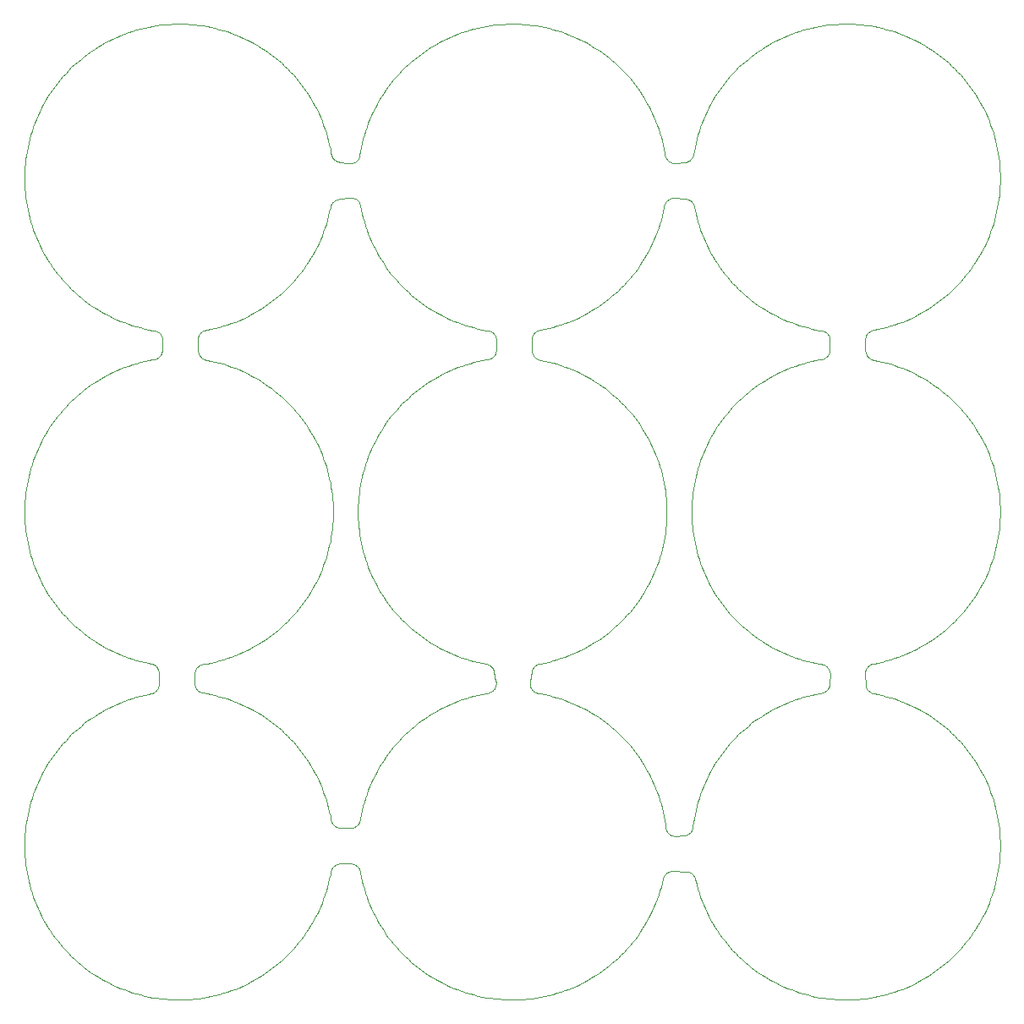
<source format=gko>
%MOIN*%
%OFA0B0*%
%FSLAX44Y44*%
%IPPOS*%
%LPD*%
%ADD10C,0*%
D10*
X00020333Y00025214D02*
X00020333Y00025214D01*
X00020307Y00025219D01*
X00020281Y00025226D01*
X00020256Y00025235D01*
X00020231Y00025246D01*
X00020207Y00025258D01*
X00020184Y00025272D01*
X00020162Y00025288D01*
X00020141Y00025305D01*
X00020121Y00025323D01*
X00020103Y00025343D01*
X00020086Y00025364D01*
X00020071Y00025386D01*
X00020057Y00025409D01*
X00020044Y00025433D01*
X00020033Y00025457D01*
X00020024Y00025483D01*
X00020017Y00025509D01*
X00020012Y00025535D01*
X00020008Y00025562D01*
X00020006Y00025589D01*
X00019993Y00025996D01*
X00019993Y00026024D01*
X00019995Y00026052D01*
X00019999Y00026080D01*
X00020005Y00026108D01*
X00020013Y00026135D01*
X00020023Y00026161D01*
X00020035Y00026187D01*
X00020049Y00026211D01*
X00020064Y00026235D01*
X00020081Y00026258D01*
X00020100Y00026279D01*
X00020120Y00026299D01*
X00020141Y00026317D01*
X00020164Y00026334D01*
X00020188Y00026349D01*
X00020213Y00026362D01*
X00020239Y00026374D01*
X00020265Y00026383D01*
X00020292Y00026391D01*
X00020320Y00026397D01*
X00020341Y00026401D01*
X00020504Y00026433D01*
X00020665Y00026470D01*
X00020825Y00026511D01*
X00020984Y00026557D01*
X00021142Y00026606D01*
X00021298Y00026660D01*
X00021453Y00026719D01*
X00021606Y00026781D01*
X00021758Y00026848D01*
X00021907Y00026919D01*
X00022055Y00026994D01*
X00022200Y00027072D01*
X00022344Y00027155D01*
X00022485Y00027242D01*
X00022623Y00027332D01*
X00022759Y00027426D01*
X00022893Y00027524D01*
X00023023Y00027625D01*
X00023151Y00027730D01*
X00023276Y00027839D01*
X00023398Y00027950D01*
X00023517Y00028065D01*
X00023633Y00028184D01*
X00023746Y00028305D01*
X00023855Y00028429D01*
X00023961Y00028556D01*
X00024063Y00028686D01*
X00024162Y00028819D01*
X00024257Y00028955D01*
X00024348Y00029093D01*
X00024436Y00029233D01*
X00024519Y00029376D01*
X00024599Y00029521D01*
X00024675Y00029668D01*
X00024747Y00029817D01*
X00024814Y00029968D01*
X00024878Y00030120D01*
X00024937Y00030275D01*
X00024993Y00030431D01*
X00025043Y00030588D01*
X00025090Y00030747D01*
X00025132Y00030907D01*
X00025170Y00031068D01*
X00025204Y00031230D01*
X00025212Y00031274D01*
X00025218Y00031302D01*
X00025226Y00031330D01*
X00025236Y00031357D01*
X00025248Y00031383D01*
X00025262Y00031408D01*
X00025278Y00031432D01*
X00025295Y00031455D01*
X00025314Y00031476D01*
X00025334Y00031496D01*
X00025356Y00031515D01*
X00025380Y00031532D01*
X00025404Y00031547D01*
X00025430Y00031560D01*
X00025456Y00031572D01*
X00025483Y00031581D01*
X00025511Y00031589D01*
X00025539Y00031594D01*
X00025567Y00031598D01*
X00025596Y00031599D01*
X00025625Y00031598D01*
X00026042Y00031571D01*
X00026068Y00031568D01*
X00026094Y00031564D01*
X00026119Y00031558D01*
X00026144Y00031551D01*
X00026168Y00031542D01*
X00026192Y00031531D01*
X00026214Y00031519D01*
X00026236Y00031505D01*
X00026257Y00031490D01*
X00026277Y00031473D01*
X00026296Y00031456D01*
X00026314Y00031437D01*
X00026330Y00031417D01*
X00026345Y00031395D01*
X00026359Y00031373D01*
X00026371Y00031351D01*
X00026381Y00031327D01*
X00026390Y00031303D01*
X00026398Y00031278D01*
X00026404Y00031253D01*
X00026423Y00031149D01*
X00026459Y00030987D01*
X00026499Y00030827D01*
X00026544Y00030667D01*
X00026593Y00030509D01*
X00026646Y00030353D01*
X00026703Y00030197D01*
X00026764Y00030044D01*
X00026830Y00029892D01*
X00026900Y00029742D01*
X00026974Y00029594D01*
X00027051Y00029448D01*
X00027133Y00029304D01*
X00027219Y00029162D01*
X00027308Y00029023D01*
X00027401Y00028887D01*
X00027498Y00028752D01*
X00027599Y00028621D01*
X00027703Y00028492D01*
X00027810Y00028367D01*
X00027921Y00028244D01*
X00028035Y00028124D01*
X00028153Y00028007D01*
X00028273Y00027894D01*
X00028397Y00027784D01*
X00028523Y00027677D01*
X00028653Y00027574D01*
X00028785Y00027475D01*
X00028919Y00027379D01*
X00029057Y00027286D01*
X00029197Y00027198D01*
X00029339Y00027113D01*
X00029483Y00027033D01*
X00029630Y00026956D01*
X00029778Y00026883D01*
X00029929Y00026814D01*
X00030081Y00026750D01*
X00030235Y00026689D01*
X00030391Y00026633D01*
X00030548Y00026581D01*
X00030706Y00026533D01*
X00030866Y00026490D01*
X00031027Y00026451D01*
X00031188Y00026416D01*
X00031351Y00026386D01*
X00031422Y00026375D01*
X00031450Y00026369D01*
X00031477Y00026362D01*
X00031504Y00026353D01*
X00031530Y00026341D01*
X00031555Y00026328D01*
X00031579Y00026314D01*
X00031602Y00026297D01*
X00031624Y00026279D01*
X00031644Y00026259D01*
X00031663Y00026238D01*
X00031680Y00026216D01*
X00031696Y00026192D01*
X00031710Y00026168D01*
X00031722Y00026142D01*
X00031733Y00026116D01*
X00031741Y00026088D01*
X00031747Y00026061D01*
X00031752Y00026033D01*
X00031754Y00026005D01*
X00031754Y00025976D01*
X00031746Y00025616D01*
X00031744Y00025589D01*
X00031741Y00025561D01*
X00031735Y00025535D01*
X00031728Y00025508D01*
X00031719Y00025482D01*
X00031708Y00025457D01*
X00031696Y00025433D01*
X00031681Y00025410D01*
X00031666Y00025387D01*
X00031648Y00025366D01*
X00031630Y00025346D01*
X00031609Y00025328D01*
X00031588Y00025310D01*
X00031566Y00025295D01*
X00031542Y00025281D01*
X00031518Y00025268D01*
X00031493Y00025258D01*
X00031467Y00025249D01*
X00031440Y00025242D01*
X00031413Y00025237D01*
X00031351Y00025227D01*
X00031188Y00025196D01*
X00031027Y00025162D01*
X00030866Y00025123D01*
X00030706Y00025080D01*
X00030548Y00025032D01*
X00030391Y00024980D01*
X00030235Y00024924D01*
X00030081Y00024863D01*
X00029929Y00024799D01*
X00029778Y00024730D01*
X00029630Y00024657D01*
X00029483Y00024580D01*
X00029339Y00024499D01*
X00029197Y00024415D01*
X00029057Y00024326D01*
X00028919Y00024234D01*
X00028785Y00024138D01*
X00028653Y00024038D01*
X00028523Y00023935D01*
X00028397Y00023829D01*
X00028273Y00023719D01*
X00028153Y00023605D01*
X00028035Y00023489D01*
X00027921Y00023369D01*
X00027810Y00023246D01*
X00027703Y00023120D01*
X00027599Y00022992D01*
X00027498Y00022860D01*
X00027401Y00022726D01*
X00027308Y00022589D01*
X00027219Y00022450D01*
X00027133Y00022309D01*
X00027051Y00022165D01*
X00026974Y00022019D01*
X00026900Y00021871D01*
X00026830Y00021721D01*
X00026764Y00021569D01*
X00026703Y00021415D01*
X00026646Y00021260D01*
X00026593Y00021103D01*
X00026544Y00020945D01*
X00026499Y00020786D01*
X00026459Y00020625D01*
X00026423Y00020464D01*
X00026392Y00020301D01*
X00026365Y00020138D01*
X00026343Y00019974D01*
X00026325Y00019810D01*
X00026311Y00019645D01*
X00026302Y00019480D01*
X00026298Y00019314D01*
X00026298Y00019149D01*
X00026302Y00018984D01*
X00026311Y00018818D01*
X00026325Y00018653D01*
X00026343Y00018489D01*
X00026365Y00018325D01*
X00026392Y00018162D01*
X00026423Y00017999D01*
X00026459Y00017838D01*
X00026499Y00017677D01*
X00026544Y00017518D01*
X00026593Y00017360D01*
X00026646Y00017203D01*
X00026703Y00017048D01*
X00026764Y00016894D01*
X00026830Y00016742D01*
X00026900Y00016592D01*
X00026974Y00016444D01*
X00027051Y00016298D01*
X00027133Y00016154D01*
X00027219Y00016013D01*
X00027308Y00015874D01*
X00027401Y00015737D01*
X00027498Y00015603D01*
X00027599Y00015472D01*
X00027703Y00015343D01*
X00027810Y00015217D01*
X00027921Y00015094D01*
X00028035Y00014975D01*
X00028153Y00014858D01*
X00028273Y00014745D01*
X00028397Y00014635D01*
X00028523Y00014528D01*
X00028653Y00014425D01*
X00028785Y00014325D01*
X00028919Y00014229D01*
X00029057Y00014137D01*
X00029197Y00014048D01*
X00029339Y00013964D01*
X00029483Y00013883D01*
X00029630Y00013806D01*
X00029778Y00013733D01*
X00029929Y00013665D01*
X00030081Y00013600D01*
X00030235Y00013540D01*
X00030391Y00013483D01*
X00030548Y00013431D01*
X00030706Y00013384D01*
X00030866Y00013340D01*
X00031027Y00013301D01*
X00031188Y00013267D01*
X00031351Y00013237D01*
X00031426Y00013225D01*
X00031426Y00013225D01*
X00031454Y00013219D01*
X00031482Y00013212D01*
X00031509Y00013202D01*
X00031535Y00013191D01*
X00031560Y00013177D01*
X00031585Y00013162D01*
X00031608Y00013145D01*
X00031630Y00013127D01*
X00031650Y00013107D01*
X00031669Y00013085D01*
X00031686Y00013062D01*
X00031702Y00013038D01*
X00031716Y00013013D01*
X00031728Y00012987D01*
X00031738Y00012960D01*
X00031746Y00012933D01*
X00031752Y00012904D01*
X00031756Y00012876D01*
X00031758Y00012847D01*
X00031758Y00012819D01*
X00031742Y00012458D01*
X00031740Y00012431D01*
X00031736Y00012405D01*
X00031730Y00012378D01*
X00031723Y00012352D01*
X00031713Y00012327D01*
X00031702Y00012302D01*
X00031690Y00012279D01*
X00031675Y00012256D01*
X00031660Y00012234D01*
X00031642Y00012213D01*
X00031624Y00012194D01*
X00031604Y00012175D01*
X00031583Y00012159D01*
X00031560Y00012143D01*
X00031537Y00012130D01*
X00031513Y00012118D01*
X00031488Y00012107D01*
X00031463Y00012099D01*
X00031436Y00012092D01*
X00031410Y00012087D01*
X00031351Y00012077D01*
X00031188Y00012047D01*
X00031027Y00012012D01*
X00030866Y00011973D01*
X00030706Y00011930D01*
X00030548Y00011882D01*
X00030391Y00011830D01*
X00030235Y00011774D01*
X00030081Y00011714D01*
X00029929Y00011649D01*
X00029778Y00011580D01*
X00029630Y00011508D01*
X00029483Y00011431D01*
X00029339Y00011350D01*
X00029197Y00011265D01*
X00029057Y00011177D01*
X00028919Y00011085D01*
X00028785Y00010989D01*
X00028653Y00010889D01*
X00028523Y00010786D01*
X00028397Y00010679D01*
X00028273Y00010569D01*
X00028153Y00010456D01*
X00028035Y00010339D01*
X00027921Y00010219D01*
X00027810Y00010097D01*
X00027703Y00009971D01*
X00027599Y00009842D01*
X00027498Y00009711D01*
X00027401Y00009577D01*
X00027308Y00009440D01*
X00027219Y00009301D01*
X00027133Y00009159D01*
X00027051Y00009015D01*
X00026974Y00008869D01*
X00026900Y00008721D01*
X00026830Y00008571D01*
X00026764Y00008419D01*
X00026703Y00008266D01*
X00026646Y00008111D01*
X00026593Y00007954D01*
X00026544Y00007796D01*
X00026499Y00007636D01*
X00026459Y00007476D01*
X00026423Y00007314D01*
X00026392Y00007152D01*
X00026365Y00006989D01*
X00026343Y00006825D01*
X00026341Y00006810D01*
X00026337Y00006783D01*
X00026331Y00006756D01*
X00026324Y00006729D01*
X00026314Y00006703D01*
X00026302Y00006678D01*
X00026289Y00006653D01*
X00026274Y00006630D01*
X00026258Y00006608D01*
X00026240Y00006587D01*
X00026220Y00006567D01*
X00026199Y00006549D01*
X00026177Y00006532D01*
X00026154Y00006516D01*
X00026130Y00006503D01*
X00026105Y00006491D01*
X00026079Y00006481D01*
X00026052Y00006473D01*
X00026025Y00006467D01*
X00025998Y00006462D01*
X00025970Y00006460D01*
X00025683Y00006445D01*
X00025653Y00006445D01*
X00025624Y00006447D01*
X00025594Y00006451D01*
X00025566Y00006457D01*
X00025537Y00006465D01*
X00025510Y00006476D01*
X00025483Y00006488D01*
X00025457Y00006503D01*
X00025433Y00006519D01*
X00025409Y00006537D01*
X00025387Y00006557D01*
X00025367Y00006578D01*
X00025349Y00006601D01*
X00025332Y00006625D01*
X00025317Y00006651D01*
X00025303Y00006677D01*
X00025292Y00006704D01*
X00025283Y00006733D01*
X00025277Y00006761D01*
X00025272Y00006790D01*
X00025258Y00006907D01*
X00025233Y00007070D01*
X00025204Y00007233D01*
X00025170Y00007395D01*
X00025132Y00007556D01*
X00025090Y00007716D01*
X00025043Y00007875D01*
X00024993Y00008032D01*
X00024937Y00008188D01*
X00024878Y00008343D01*
X00024814Y00008496D01*
X00024747Y00008647D01*
X00024675Y00008796D01*
X00024599Y00008943D01*
X00024519Y00009088D01*
X00024436Y00009230D01*
X00024348Y00009371D01*
X00024257Y00009509D01*
X00024162Y00009644D01*
X00024063Y00009777D01*
X00023961Y00009907D01*
X00023855Y00010034D01*
X00023746Y00010158D01*
X00023633Y00010280D01*
X00023517Y00010398D01*
X00023398Y00010513D01*
X00023276Y00010625D01*
X00023151Y00010733D01*
X00023023Y00010838D01*
X00022893Y00010939D01*
X00022759Y00011037D01*
X00022623Y00011131D01*
X00022485Y00011222D01*
X00022344Y00011308D01*
X00022200Y00011391D01*
X00022055Y00011470D01*
X00021907Y00011544D01*
X00021758Y00011615D01*
X00021606Y00011682D01*
X00021453Y00011744D01*
X00021298Y00011803D01*
X00021142Y00011857D01*
X00020984Y00011907D01*
X00020825Y00011952D01*
X00020665Y00011993D01*
X00020504Y00012030D01*
X00020341Y00012063D01*
X00020249Y00012079D01*
X00020218Y00012085D01*
X00020189Y00012094D01*
X00020160Y00012105D01*
X00020132Y00012118D01*
X00020105Y00012133D01*
X00020080Y00012151D01*
X00020056Y00012170D01*
X00020034Y00012191D01*
X00020013Y00012214D01*
X00019994Y00012239D01*
X00019977Y00012265D01*
X00019963Y00012292D01*
X00019950Y00012320D01*
X00019940Y00012349D01*
X00019931Y00012379D01*
X00019926Y00012409D01*
X00019922Y00012439D01*
X00019922Y00012470D01*
X00019923Y00012501D01*
X00019927Y00012532D01*
X00019993Y00012923D01*
X00019997Y00012947D01*
X00020004Y00012971D01*
X00020011Y00012994D01*
X00020020Y00013016D01*
X00020031Y00013038D01*
X00020042Y00013060D01*
X00020056Y00013080D01*
X00020070Y00013100D01*
X00020085Y00013118D01*
X00020102Y00013136D01*
X00020120Y00013153D01*
X00020138Y00013168D01*
X00020158Y00013183D01*
X00020178Y00013196D01*
X00020200Y00013208D01*
X00020221Y00013218D01*
X00020244Y00013228D01*
X00020267Y00013235D01*
X00020290Y00013242D01*
X00020314Y00013246D01*
X00020341Y00013251D01*
X00020504Y00013284D01*
X00020665Y00013320D01*
X00020825Y00013362D01*
X00020984Y00013407D01*
X00021142Y00013457D01*
X00021298Y00013511D01*
X00021453Y00013569D01*
X00021606Y00013632D01*
X00021758Y00013699D01*
X00021907Y00013769D01*
X00022055Y00013844D01*
X00022200Y00013923D01*
X00022344Y00014006D01*
X00022485Y00014092D01*
X00022623Y00014183D01*
X00022759Y00014277D01*
X00022893Y00014375D01*
X00023023Y00014476D01*
X00023151Y00014581D01*
X00023276Y00014689D01*
X00023398Y00014801D01*
X00023517Y00014916D01*
X00023633Y00015034D01*
X00023746Y00015155D01*
X00023855Y00015280D01*
X00023961Y00015407D01*
X00024063Y00015537D01*
X00024162Y00015670D01*
X00024257Y00015805D01*
X00024348Y00015943D01*
X00024436Y00016083D01*
X00024519Y00016226D01*
X00024599Y00016371D01*
X00024675Y00016518D01*
X00024747Y00016667D01*
X00024814Y00016818D01*
X00024878Y00016971D01*
X00024937Y00017125D01*
X00024993Y00017281D01*
X00025043Y00017439D01*
X00025090Y00017597D01*
X00025132Y00017757D01*
X00025170Y00017918D01*
X00025204Y00018080D01*
X00025233Y00018243D01*
X00025258Y00018407D01*
X00025278Y00018571D01*
X00025293Y00018736D01*
X00025305Y00018901D01*
X00025311Y00019066D01*
X00025314Y00019232D01*
X00025311Y00019397D01*
X00025305Y00019562D01*
X00025293Y00019727D01*
X00025278Y00019892D01*
X00025258Y00020056D01*
X00025233Y00020220D01*
X00025204Y00020383D01*
X00025170Y00020545D01*
X00025132Y00020706D01*
X00025090Y00020866D01*
X00025043Y00021025D01*
X00024993Y00021182D01*
X00024937Y00021338D01*
X00024878Y00021492D01*
X00024814Y00021645D01*
X00024747Y00021796D01*
X00024675Y00021945D01*
X00024599Y00022092D01*
X00024519Y00022237D01*
X00024436Y00022380D01*
X00024348Y00022520D01*
X00024257Y00022658D01*
X00024162Y00022794D01*
X00024063Y00022926D01*
X00023961Y00023056D01*
X00023855Y00023184D01*
X00023746Y00023308D01*
X00023633Y00023429D01*
X00023517Y00023547D01*
X00023398Y00023662D01*
X00023276Y00023774D01*
X00023151Y00023882D01*
X00023023Y00023987D01*
X00022893Y00024089D01*
X00022759Y00024186D01*
X00022623Y00024281D01*
X00022485Y00024371D01*
X00022344Y00024458D01*
X00022200Y00024540D01*
X00022055Y00024619D01*
X00021907Y00024694D01*
X00021758Y00024765D01*
X00021606Y00024831D01*
X00021453Y00024894D01*
X00021298Y00024952D01*
X00021142Y00025006D01*
X00020984Y00025056D01*
X00020825Y00025102D01*
X00020665Y00025143D01*
X00020504Y00025180D01*
X00020341Y00025212D01*
X00020333Y00025214D01*
X00007175Y00025215D02*
X00007175Y00025215D01*
X00007149Y00025221D01*
X00007123Y00025228D01*
X00007098Y00025236D01*
X00007074Y00025247D01*
X00007050Y00025259D01*
X00007027Y00025273D01*
X00007005Y00025288D01*
X00006985Y00025305D01*
X00006965Y00025323D01*
X00006947Y00025342D01*
X00006930Y00025362D01*
X00006914Y00025384D01*
X00006900Y00025406D01*
X00006888Y00025430D01*
X00006877Y00025454D01*
X00006868Y00025479D01*
X00006860Y00025505D01*
X00006854Y00025531D01*
X00006850Y00025557D01*
X00006848Y00025583D01*
X00006828Y00025986D01*
X00006827Y00026015D01*
X00006829Y00026043D01*
X00006833Y00026072D01*
X00006838Y00026100D01*
X00006846Y00026127D01*
X00006856Y00026154D01*
X00006868Y00026180D01*
X00006881Y00026205D01*
X00006897Y00026229D01*
X00006914Y00026252D01*
X00006932Y00026274D01*
X00006952Y00026294D01*
X00006974Y00026313D01*
X00006997Y00026330D01*
X00007021Y00026345D01*
X00007046Y00026359D01*
X00007072Y00026371D01*
X00007099Y00026380D01*
X00007126Y00026388D01*
X00007154Y00026394D01*
X00007192Y00026401D01*
X00007354Y00026433D01*
X00007516Y00026470D01*
X00007676Y00026511D01*
X00007835Y00026557D01*
X00007993Y00026606D01*
X00008149Y00026660D01*
X00008304Y00026719D01*
X00008457Y00026781D01*
X00008609Y00026848D01*
X00008758Y00026919D01*
X00008906Y00026994D01*
X00009051Y00027072D01*
X00009194Y00027155D01*
X00009335Y00027242D01*
X00009474Y00027332D01*
X00009610Y00027426D01*
X00009743Y00027524D01*
X00009874Y00027625D01*
X00010002Y00027730D01*
X00010127Y00027839D01*
X00010249Y00027950D01*
X00010368Y00028065D01*
X00010484Y00028184D01*
X00010597Y00028305D01*
X00010706Y00028429D01*
X00010811Y00028556D01*
X00010914Y00028686D01*
X00011012Y00028819D01*
X00011108Y00028955D01*
X00011199Y00029093D01*
X00011286Y00029233D01*
X00011370Y00029376D01*
X00011450Y00029521D01*
X00011526Y00029668D01*
X00011597Y00029817D01*
X00011665Y00029968D01*
X00011729Y00030120D01*
X00011788Y00030275D01*
X00011843Y00030431D01*
X00011894Y00030588D01*
X00011941Y00030747D01*
X00011983Y00030907D01*
X00012021Y00031068D01*
X00012055Y00031230D01*
X00012055Y00031234D01*
X00012060Y00031258D01*
X00012067Y00031282D01*
X00012075Y00031305D01*
X00012085Y00031328D01*
X00012096Y00031351D01*
X00012108Y00031372D01*
X00012122Y00031393D01*
X00012137Y00031412D01*
X00012153Y00031431D01*
X00012170Y00031449D01*
X00012189Y00031465D01*
X00012208Y00031481D01*
X00012229Y00031495D01*
X00012250Y00031508D01*
X00012272Y00031519D01*
X00012294Y00031529D01*
X00012318Y00031538D01*
X00012341Y00031545D01*
X00012366Y00031551D01*
X00012390Y00031555D01*
X00012807Y00031611D01*
X00012836Y00031614D01*
X00012866Y00031615D01*
X00012896Y00031613D01*
X00012925Y00031609D01*
X00012955Y00031603D01*
X00012983Y00031595D01*
X00013011Y00031584D01*
X00013038Y00031572D01*
X00013064Y00031557D01*
X00013089Y00031541D01*
X00013113Y00031522D01*
X00013135Y00031502D01*
X00013155Y00031481D01*
X00013174Y00031458D01*
X00013191Y00031433D01*
X00013206Y00031407D01*
X00013219Y00031381D01*
X00013230Y00031353D01*
X00013239Y00031325D01*
X00013246Y00031296D01*
X00013274Y00031149D01*
X00013310Y00030987D01*
X00013350Y00030827D01*
X00013395Y00030667D01*
X00013443Y00030509D01*
X00013496Y00030353D01*
X00013554Y00030197D01*
X00013615Y00030044D01*
X00013681Y00029892D01*
X00013751Y00029742D01*
X00013824Y00029594D01*
X00013902Y00029448D01*
X00013984Y00029304D01*
X00014070Y00029162D01*
X00014159Y00029023D01*
X00014252Y00028887D01*
X00014349Y00028752D01*
X00014450Y00028621D01*
X00014554Y00028492D01*
X00014661Y00028367D01*
X00014772Y00028244D01*
X00014886Y00028124D01*
X00015003Y00028007D01*
X00015124Y00027894D01*
X00015248Y00027784D01*
X00015374Y00027677D01*
X00015503Y00027574D01*
X00015636Y00027475D01*
X00015770Y00027379D01*
X00015908Y00027286D01*
X00016047Y00027198D01*
X00016190Y00027113D01*
X00016334Y00027033D01*
X00016480Y00026956D01*
X00016629Y00026883D01*
X00016780Y00026814D01*
X00016932Y00026750D01*
X00017086Y00026689D01*
X00017241Y00026633D01*
X00017399Y00026581D01*
X00017557Y00026533D01*
X00017717Y00026490D01*
X00017877Y00026451D01*
X00018039Y00026416D01*
X00018202Y00026386D01*
X00018276Y00026374D01*
X00018304Y00026369D01*
X00018331Y00026361D01*
X00018358Y00026352D01*
X00018385Y00026341D01*
X00018410Y00026327D01*
X00018434Y00026312D01*
X00018457Y00026296D01*
X00018479Y00026277D01*
X00018499Y00026257D01*
X00018518Y00026236D01*
X00018536Y00026213D01*
X00018551Y00026189D01*
X00018565Y00026164D01*
X00018577Y00026139D01*
X00018587Y00026112D01*
X00018596Y00026085D01*
X00018602Y00026057D01*
X00018606Y00026028D01*
X00018608Y00026000D01*
X00018608Y00025971D01*
X00018595Y00025611D01*
X00018593Y00025584D01*
X00018590Y00025557D01*
X00018584Y00025531D01*
X00018577Y00025505D01*
X00018567Y00025479D01*
X00018556Y00025454D01*
X00018544Y00025430D01*
X00018530Y00025407D01*
X00018514Y00025385D01*
X00018496Y00025364D01*
X00018478Y00025344D01*
X00018458Y00025326D01*
X00018437Y00025309D01*
X00018414Y00025294D01*
X00018391Y00025280D01*
X00018367Y00025268D01*
X00018342Y00025257D01*
X00018316Y00025248D01*
X00018290Y00025242D01*
X00018263Y00025236D01*
X00018202Y00025227D01*
X00018039Y00025196D01*
X00017877Y00025162D01*
X00017717Y00025123D01*
X00017557Y00025080D01*
X00017399Y00025032D01*
X00017241Y00024980D01*
X00017086Y00024924D01*
X00016932Y00024863D01*
X00016780Y00024799D01*
X00016629Y00024730D01*
X00016480Y00024657D01*
X00016334Y00024580D01*
X00016190Y00024499D01*
X00016047Y00024415D01*
X00015908Y00024326D01*
X00015770Y00024234D01*
X00015636Y00024138D01*
X00015503Y00024038D01*
X00015374Y00023935D01*
X00015248Y00023829D01*
X00015124Y00023719D01*
X00015003Y00023605D01*
X00014886Y00023489D01*
X00014772Y00023369D01*
X00014661Y00023246D01*
X00014554Y00023120D01*
X00014450Y00022992D01*
X00014349Y00022860D01*
X00014252Y00022726D01*
X00014159Y00022589D01*
X00014070Y00022450D01*
X00013984Y00022309D01*
X00013902Y00022165D01*
X00013824Y00022019D01*
X00013751Y00021871D01*
X00013681Y00021721D01*
X00013615Y00021569D01*
X00013554Y00021415D01*
X00013496Y00021260D01*
X00013443Y00021103D01*
X00013395Y00020945D01*
X00013350Y00020786D01*
X00013310Y00020625D01*
X00013274Y00020464D01*
X00013243Y00020301D01*
X00013216Y00020138D01*
X00013194Y00019974D01*
X00013176Y00019810D01*
X00013162Y00019645D01*
X00013153Y00019480D01*
X00013149Y00019314D01*
X00013149Y00019149D01*
X00013153Y00018984D01*
X00013162Y00018818D01*
X00013176Y00018653D01*
X00013194Y00018489D01*
X00013216Y00018325D01*
X00013243Y00018162D01*
X00013274Y00017999D01*
X00013310Y00017838D01*
X00013350Y00017677D01*
X00013395Y00017518D01*
X00013443Y00017360D01*
X00013496Y00017203D01*
X00013554Y00017048D01*
X00013615Y00016894D01*
X00013681Y00016742D01*
X00013751Y00016592D01*
X00013824Y00016444D01*
X00013902Y00016298D01*
X00013984Y00016154D01*
X00014070Y00016013D01*
X00014159Y00015874D01*
X00014252Y00015737D01*
X00014349Y00015603D01*
X00014450Y00015472D01*
X00014554Y00015343D01*
X00014661Y00015217D01*
X00014772Y00015094D01*
X00014886Y00014975D01*
X00015003Y00014858D01*
X00015124Y00014745D01*
X00015248Y00014635D01*
X00015374Y00014528D01*
X00015503Y00014425D01*
X00015636Y00014325D01*
X00015770Y00014229D01*
X00015908Y00014137D01*
X00016047Y00014048D01*
X00016190Y00013964D01*
X00016334Y00013883D01*
X00016480Y00013806D01*
X00016629Y00013733D01*
X00016780Y00013665D01*
X00016932Y00013600D01*
X00017086Y00013540D01*
X00017241Y00013483D01*
X00017399Y00013431D01*
X00017557Y00013384D01*
X00017717Y00013340D01*
X00017877Y00013301D01*
X00018039Y00013267D01*
X00018195Y00013238D01*
X00018218Y00013233D01*
X00018241Y00013227D01*
X00018263Y00013219D01*
X00018284Y00013210D01*
X00018305Y00013200D01*
X00018326Y00013188D01*
X00018346Y00013176D01*
X00018365Y00013162D01*
X00018383Y00013147D01*
X00018400Y00013131D01*
X00018416Y00013114D01*
X00018431Y00013096D01*
X00018445Y00013078D01*
X00018458Y00013058D01*
X00018470Y00013038D01*
X00018480Y00013017D01*
X00018489Y00012996D01*
X00018497Y00012973D01*
X00018504Y00012951D01*
X00018509Y00012928D01*
X00018585Y00012553D01*
X00018590Y00012522D01*
X00018592Y00012490D01*
X00018592Y00012458D01*
X00018590Y00012427D01*
X00018584Y00012395D01*
X00018577Y00012364D01*
X00018566Y00012334D01*
X00018554Y00012305D01*
X00018539Y00012277D01*
X00018522Y00012250D01*
X00018503Y00012225D01*
X00018482Y00012201D01*
X00018459Y00012180D01*
X00018434Y00012160D01*
X00018408Y00012142D01*
X00018380Y00012126D01*
X00018352Y00012112D01*
X00018322Y00012101D01*
X00018291Y00012093D01*
X00018260Y00012086D01*
X00018202Y00012077D01*
X00018039Y00012047D01*
X00017877Y00012012D01*
X00017717Y00011973D01*
X00017557Y00011930D01*
X00017399Y00011882D01*
X00017241Y00011830D01*
X00017086Y00011774D01*
X00016932Y00011714D01*
X00016780Y00011649D01*
X00016629Y00011580D01*
X00016480Y00011508D01*
X00016334Y00011431D01*
X00016190Y00011350D01*
X00016047Y00011265D01*
X00015908Y00011177D01*
X00015770Y00011085D01*
X00015636Y00010989D01*
X00015503Y00010889D01*
X00015374Y00010786D01*
X00015248Y00010679D01*
X00015124Y00010569D01*
X00015003Y00010456D01*
X00014886Y00010339D01*
X00014772Y00010219D01*
X00014661Y00010097D01*
X00014554Y00009971D01*
X00014450Y00009842D01*
X00014349Y00009711D01*
X00014252Y00009577D01*
X00014159Y00009440D01*
X00014070Y00009301D01*
X00013984Y00009159D01*
X00013902Y00009015D01*
X00013824Y00008869D01*
X00013751Y00008721D01*
X00013681Y00008571D01*
X00013615Y00008419D01*
X00013554Y00008266D01*
X00013496Y00008111D01*
X00013443Y00007954D01*
X00013395Y00007796D01*
X00013350Y00007636D01*
X00013310Y00007476D01*
X00013274Y00007314D01*
X00013243Y00007152D01*
X00013233Y00007093D01*
X00013228Y00007066D01*
X00013220Y00007039D01*
X00013211Y00007013D01*
X00013200Y00006987D01*
X00013187Y00006963D01*
X00013172Y00006939D01*
X00013156Y00006916D01*
X00013138Y00006895D01*
X00013119Y00006875D01*
X00013099Y00006856D01*
X00013077Y00006839D01*
X00013054Y00006823D01*
X00013029Y00006809D01*
X00013004Y00006797D01*
X00012979Y00006787D01*
X00012952Y00006778D01*
X00012925Y00006772D01*
X00012898Y00006767D01*
X00012870Y00006764D01*
X00012842Y00006764D01*
X00012465Y00006766D01*
X00012438Y00006767D01*
X00012410Y00006770D01*
X00012384Y00006775D01*
X00012357Y00006782D01*
X00012331Y00006791D01*
X00012306Y00006801D01*
X00012281Y00006813D01*
X00012258Y00006827D01*
X00012235Y00006842D01*
X00012214Y00006859D01*
X00012194Y00006877D01*
X00012175Y00006897D01*
X00012157Y00006918D01*
X00012141Y00006940D01*
X00012127Y00006963D01*
X00012114Y00006987D01*
X00012103Y00007012D01*
X00012093Y00007038D01*
X00012086Y00007064D01*
X00012080Y00007091D01*
X00012055Y00007233D01*
X00012021Y00007395D01*
X00011983Y00007556D01*
X00011941Y00007716D01*
X00011894Y00007875D01*
X00011843Y00008032D01*
X00011788Y00008188D01*
X00011729Y00008343D01*
X00011665Y00008496D01*
X00011597Y00008647D01*
X00011526Y00008796D01*
X00011450Y00008943D01*
X00011370Y00009088D01*
X00011286Y00009230D01*
X00011199Y00009371D01*
X00011108Y00009509D01*
X00011012Y00009644D01*
X00010914Y00009777D01*
X00010811Y00009907D01*
X00010706Y00010034D01*
X00010597Y00010158D01*
X00010484Y00010280D01*
X00010368Y00010398D01*
X00010249Y00010513D01*
X00010127Y00010625D01*
X00010002Y00010733D01*
X00009874Y00010838D01*
X00009743Y00010939D01*
X00009610Y00011037D01*
X00009474Y00011131D01*
X00009335Y00011222D01*
X00009194Y00011308D01*
X00009051Y00011391D01*
X00008906Y00011470D01*
X00008758Y00011544D01*
X00008609Y00011615D01*
X00008457Y00011682D01*
X00008304Y00011744D01*
X00008149Y00011803D01*
X00007993Y00011857D01*
X00007835Y00011907D01*
X00007676Y00011952D01*
X00007516Y00011993D01*
X00007354Y00012030D01*
X00007192Y00012063D01*
X00007035Y00012090D01*
X00007008Y00012095D01*
X00006981Y00012103D01*
X00006955Y00012112D01*
X00006930Y00012123D01*
X00006905Y00012136D01*
X00006882Y00012151D01*
X00006859Y00012167D01*
X00006838Y00012185D01*
X00006818Y00012204D01*
X00006800Y00012225D01*
X00006783Y00012247D01*
X00006767Y00012270D01*
X00006753Y00012294D01*
X00006741Y00012319D01*
X00006731Y00012344D01*
X00006723Y00012371D01*
X00006716Y00012398D01*
X00006711Y00012425D01*
X00006709Y00012452D01*
X00006708Y00012480D01*
X00006710Y00012839D01*
X00006711Y00012866D01*
X00006714Y00012893D01*
X00006719Y00012920D01*
X00006726Y00012947D01*
X00006734Y00012973D01*
X00006745Y00012999D01*
X00006757Y00013023D01*
X00006771Y00013047D01*
X00006786Y00013070D01*
X00006803Y00013091D01*
X00006822Y00013111D01*
X00006842Y00013130D01*
X00006863Y00013148D01*
X00006885Y00013164D01*
X00006908Y00013178D01*
X00006933Y00013191D01*
X00006958Y00013202D01*
X00006984Y00013211D01*
X00007010Y00013219D01*
X00007037Y00013224D01*
X00007192Y00013251D01*
X00007354Y00013284D01*
X00007516Y00013320D01*
X00007676Y00013362D01*
X00007835Y00013407D01*
X00007993Y00013457D01*
X00008149Y00013511D01*
X00008304Y00013569D01*
X00008457Y00013632D01*
X00008609Y00013699D01*
X00008758Y00013769D01*
X00008906Y00013844D01*
X00009051Y00013923D01*
X00009194Y00014006D01*
X00009335Y00014092D01*
X00009474Y00014183D01*
X00009610Y00014277D01*
X00009743Y00014375D01*
X00009874Y00014476D01*
X00010002Y00014581D01*
X00010127Y00014689D01*
X00010249Y00014801D01*
X00010368Y00014916D01*
X00010484Y00015034D01*
X00010597Y00015155D01*
X00010706Y00015280D01*
X00010811Y00015407D01*
X00010914Y00015537D01*
X00011012Y00015670D01*
X00011108Y00015805D01*
X00011199Y00015943D01*
X00011286Y00016083D01*
X00011370Y00016226D01*
X00011450Y00016371D01*
X00011526Y00016518D01*
X00011597Y00016667D01*
X00011665Y00016818D01*
X00011729Y00016971D01*
X00011788Y00017125D01*
X00011843Y00017281D01*
X00011894Y00017439D01*
X00011941Y00017597D01*
X00011983Y00017757D01*
X00012021Y00017918D01*
X00012055Y00018080D01*
X00012084Y00018243D01*
X00012108Y00018407D01*
X00012128Y00018571D01*
X00012144Y00018736D01*
X00012155Y00018901D01*
X00012162Y00019066D01*
X00012164Y00019232D01*
X00012162Y00019397D01*
X00012155Y00019562D01*
X00012144Y00019727D01*
X00012128Y00019892D01*
X00012108Y00020056D01*
X00012084Y00020220D01*
X00012055Y00020383D01*
X00012021Y00020545D01*
X00011983Y00020706D01*
X00011941Y00020866D01*
X00011894Y00021025D01*
X00011843Y00021182D01*
X00011788Y00021338D01*
X00011729Y00021492D01*
X00011665Y00021645D01*
X00011597Y00021796D01*
X00011526Y00021945D01*
X00011450Y00022092D01*
X00011370Y00022237D01*
X00011286Y00022380D01*
X00011199Y00022520D01*
X00011108Y00022658D01*
X00011012Y00022794D01*
X00010914Y00022926D01*
X00010811Y00023056D01*
X00010706Y00023184D01*
X00010597Y00023308D01*
X00010484Y00023429D01*
X00010368Y00023547D01*
X00010249Y00023662D01*
X00010127Y00023774D01*
X00010002Y00023882D01*
X00009874Y00023987D01*
X00009743Y00024089D01*
X00009610Y00024186D01*
X00009474Y00024281D01*
X00009335Y00024371D01*
X00009194Y00024458D01*
X00009051Y00024540D01*
X00008906Y00024619D01*
X00008758Y00024694D01*
X00008609Y00024765D01*
X00008457Y00024831D01*
X00008304Y00024894D01*
X00008149Y00024952D01*
X00007993Y00025006D01*
X00007835Y00025056D01*
X00007676Y00025102D01*
X00007516Y00025143D01*
X00007354Y00025180D01*
X00007192Y00025212D01*
X00007175Y00025215D01*
X00005117Y00026376D02*
X00005117Y00026376D01*
X00005146Y00026370D01*
X00005174Y00026363D01*
X00005201Y00026353D01*
X00005227Y00026341D01*
X00005253Y00026328D01*
X00005277Y00026313D01*
X00005301Y00026295D01*
X00005323Y00026277D01*
X00005343Y00026256D01*
X00005362Y00026234D01*
X00005380Y00026211D01*
X00005395Y00026187D01*
X00005409Y00026162D01*
X00005421Y00026135D01*
X00005431Y00026108D01*
X00005439Y00026080D01*
X00005444Y00026052D01*
X00005448Y00026023D01*
X00005450Y00025994D01*
X00005449Y00025966D01*
X00005429Y00025601D01*
X00005427Y00025575D01*
X00005423Y00025548D01*
X00005417Y00025522D01*
X00005409Y00025497D01*
X00005400Y00025471D01*
X00005389Y00025447D01*
X00005376Y00025424D01*
X00005362Y00025401D01*
X00005346Y00025379D01*
X00005329Y00025359D01*
X00005310Y00025340D01*
X00005290Y00025322D01*
X00005269Y00025305D01*
X00005247Y00025290D01*
X00005224Y00025277D01*
X00005200Y00025265D01*
X00005175Y00025254D01*
X00005150Y00025246D01*
X00005124Y00025239D01*
X00005098Y00025234D01*
X00005053Y00025227D01*
X00004890Y00025196D01*
X00004728Y00025162D01*
X00004567Y00025123D01*
X00004408Y00025080D01*
X00004249Y00025032D01*
X00004092Y00024980D01*
X00003937Y00024924D01*
X00003783Y00024863D01*
X00003630Y00024799D01*
X00003480Y00024730D01*
X00003331Y00024657D01*
X00003185Y00024580D01*
X00003040Y00024499D01*
X00002898Y00024415D01*
X00002758Y00024326D01*
X00002621Y00024234D01*
X00002486Y00024138D01*
X00002354Y00024038D01*
X00002225Y00023935D01*
X00002098Y00023829D01*
X00001975Y00023719D01*
X00001854Y00023605D01*
X00001737Y00023489D01*
X00001623Y00023369D01*
X00001512Y00023246D01*
X00001404Y00023120D01*
X00001300Y00022992D01*
X00001200Y00022860D01*
X00001103Y00022726D01*
X00001010Y00022589D01*
X00000920Y00022450D01*
X00000835Y00022309D01*
X00000753Y00022165D01*
X00000675Y00022019D01*
X00000601Y00021871D01*
X00000532Y00021721D01*
X00000466Y00021569D01*
X00000404Y00021415D01*
X00000347Y00021260D01*
X00000294Y00021103D01*
X00000245Y00020945D01*
X00000201Y00020786D01*
X00000161Y00020625D01*
X00000125Y00020464D01*
X00000094Y00020301D01*
X00000067Y00020138D01*
X00000044Y00019974D01*
X00000026Y00019810D01*
X00000013Y00019645D01*
X00000004Y00019480D01*
X00000000Y00019314D01*
X00000000Y00019149D01*
X00000004Y00018984D01*
X00000013Y00018818D01*
X00000026Y00018653D01*
X00000044Y00018489D01*
X00000067Y00018325D01*
X00000094Y00018162D01*
X00000125Y00017999D01*
X00000161Y00017838D01*
X00000201Y00017677D01*
X00000245Y00017518D01*
X00000294Y00017360D01*
X00000347Y00017203D01*
X00000404Y00017048D01*
X00000466Y00016894D01*
X00000532Y00016742D01*
X00000601Y00016592D01*
X00000675Y00016444D01*
X00000753Y00016298D01*
X00000835Y00016154D01*
X00000920Y00016013D01*
X00001010Y00015874D01*
X00001103Y00015737D01*
X00001200Y00015603D01*
X00001300Y00015472D01*
X00001404Y00015343D01*
X00001512Y00015217D01*
X00001623Y00015094D01*
X00001737Y00014975D01*
X00001854Y00014858D01*
X00001975Y00014745D01*
X00002098Y00014635D01*
X00002225Y00014528D01*
X00002354Y00014425D01*
X00002486Y00014325D01*
X00002621Y00014229D01*
X00002758Y00014137D01*
X00002898Y00014048D01*
X00003040Y00013964D01*
X00003185Y00013883D01*
X00003331Y00013806D01*
X00003480Y00013733D01*
X00003630Y00013665D01*
X00003783Y00013600D01*
X00003937Y00013540D01*
X00004092Y00013483D01*
X00004249Y00013431D01*
X00004408Y00013384D01*
X00004567Y00013340D01*
X00004728Y00013301D01*
X00004890Y00013267D01*
X00004978Y00013250D01*
X00005004Y00013245D01*
X00005030Y00013237D01*
X00005056Y00013227D01*
X00005081Y00013216D01*
X00005105Y00013203D01*
X00005128Y00013189D01*
X00005149Y00013173D01*
X00005170Y00013155D01*
X00005190Y00013136D01*
X00005208Y00013116D01*
X00005225Y00013094D01*
X00005240Y00013072D01*
X00005253Y00013048D01*
X00005265Y00013024D01*
X00005276Y00012999D01*
X00005284Y00012973D01*
X00005291Y00012946D01*
X00005295Y00012920D01*
X00005298Y00012893D01*
X00005300Y00012866D01*
X00005302Y00012453D01*
X00005301Y00012426D01*
X00005298Y00012398D01*
X00005294Y00012371D01*
X00005287Y00012345D01*
X00005279Y00012318D01*
X00005269Y00012293D01*
X00005257Y00012268D01*
X00005243Y00012244D01*
X00005228Y00012222D01*
X00005211Y00012200D01*
X00005193Y00012179D01*
X00005174Y00012160D01*
X00005153Y00012142D01*
X00005131Y00012126D01*
X00005108Y00012111D01*
X00005084Y00012098D01*
X00005059Y00012087D01*
X00005033Y00012077D01*
X00005007Y00012070D01*
X00004980Y00012064D01*
X00004890Y00012047D01*
X00004728Y00012012D01*
X00004567Y00011973D01*
X00004408Y00011930D01*
X00004249Y00011882D01*
X00004092Y00011830D01*
X00003937Y00011774D01*
X00003783Y00011714D01*
X00003630Y00011649D01*
X00003480Y00011580D01*
X00003331Y00011508D01*
X00003185Y00011431D01*
X00003040Y00011350D01*
X00002898Y00011265D01*
X00002758Y00011177D01*
X00002621Y00011085D01*
X00002486Y00010989D01*
X00002354Y00010889D01*
X00002225Y00010786D01*
X00002098Y00010679D01*
X00001975Y00010569D01*
X00001854Y00010456D01*
X00001737Y00010339D01*
X00001623Y00010219D01*
X00001512Y00010097D01*
X00001404Y00009971D01*
X00001300Y00009842D01*
X00001200Y00009711D01*
X00001103Y00009577D01*
X00001010Y00009440D01*
X00000920Y00009301D01*
X00000835Y00009159D01*
X00000753Y00009015D01*
X00000675Y00008869D01*
X00000601Y00008721D01*
X00000532Y00008571D01*
X00000466Y00008419D01*
X00000404Y00008266D01*
X00000347Y00008111D01*
X00000294Y00007954D01*
X00000245Y00007796D01*
X00000201Y00007636D01*
X00000161Y00007476D01*
X00000125Y00007314D01*
X00000094Y00007152D01*
X00000067Y00006989D01*
X00000044Y00006825D01*
X00000026Y00006660D01*
X00000013Y00006495D01*
X00000004Y00006330D01*
X00000000Y00006165D01*
X00000000Y00005999D01*
X00000004Y00005834D01*
X00000013Y00005669D01*
X00000026Y00005504D01*
X00000044Y00005339D01*
X00000067Y00005176D01*
X00000094Y00005012D01*
X00000125Y00004850D01*
X00000161Y00004688D01*
X00000201Y00004528D01*
X00000245Y00004368D01*
X00000294Y00004210D01*
X00000347Y00004054D01*
X00000404Y00003898D01*
X00000466Y00003745D01*
X00000532Y00003593D01*
X00000601Y00003443D01*
X00000675Y00003295D01*
X00000753Y00003149D01*
X00000835Y00003005D01*
X00000920Y00002863D01*
X00001010Y00002724D01*
X00001103Y00002588D01*
X00001200Y00002453D01*
X00001300Y00002322D01*
X00001404Y00002193D01*
X00001512Y00002068D01*
X00001623Y00001945D01*
X00001737Y00001825D01*
X00001854Y00001708D01*
X00001975Y00001595D01*
X00002098Y00001485D01*
X00002225Y00001378D01*
X00002354Y00001275D01*
X00002486Y00001176D01*
X00002621Y00001080D01*
X00002758Y00000987D01*
X00002898Y00000899D01*
X00003040Y00000814D01*
X00003185Y00000734D01*
X00003331Y00000657D01*
X00003480Y00000584D01*
X00003630Y00000515D01*
X00003783Y00000451D01*
X00003937Y00000390D01*
X00004092Y00000334D01*
X00004249Y00000282D01*
X00004408Y00000234D01*
X00004567Y00000191D01*
X00004728Y00000152D01*
X00004890Y00000117D01*
X00005053Y00000087D01*
X00005216Y00000061D01*
X00005380Y00000040D01*
X00005545Y00000023D01*
X00005710Y00000011D01*
X00005875Y00000003D01*
X00006040Y00000000D01*
X00006206Y00000001D01*
X00006371Y00000006D01*
X00006536Y00000016D01*
X00006701Y00000031D01*
X00006865Y00000050D01*
X00007029Y00000074D01*
X00007192Y00000102D01*
X00007354Y00000134D01*
X00007516Y00000171D01*
X00007676Y00000212D01*
X00007835Y00000258D01*
X00007993Y00000307D01*
X00008149Y00000361D01*
X00008304Y00000420D01*
X00008457Y00000482D01*
X00008609Y00000549D01*
X00008758Y00000620D01*
X00008906Y00000695D01*
X00009051Y00000773D01*
X00009194Y00000856D01*
X00009335Y00000943D01*
X00009474Y00001033D01*
X00009610Y00001127D01*
X00009743Y00001225D01*
X00009874Y00001326D01*
X00010002Y00001431D01*
X00010127Y00001540D01*
X00010249Y00001651D01*
X00010368Y00001766D01*
X00010484Y00001885D01*
X00010597Y00002006D01*
X00010706Y00002130D01*
X00010811Y00002257D01*
X00010914Y00002387D01*
X00011012Y00002520D01*
X00011108Y00002656D01*
X00011199Y00002794D01*
X00011286Y00002934D01*
X00011370Y00003077D01*
X00011450Y00003222D01*
X00011526Y00003369D01*
X00011597Y00003518D01*
X00011665Y00003669D01*
X00011729Y00003821D01*
X00011788Y00003976D01*
X00011843Y00004132D01*
X00011894Y00004289D01*
X00011941Y00004448D01*
X00011983Y00004608D01*
X00012021Y00004769D01*
X00012055Y00004931D01*
X00012073Y00005036D01*
X00012079Y00005062D01*
X00012087Y00005088D01*
X00012096Y00005114D01*
X00012107Y00005139D01*
X00012120Y00005163D01*
X00012134Y00005186D01*
X00012150Y00005208D01*
X00012168Y00005229D01*
X00012187Y00005249D01*
X00012207Y00005267D01*
X00012229Y00005284D01*
X00012251Y00005300D01*
X00012275Y00005313D01*
X00012299Y00005325D01*
X00012325Y00005336D01*
X00012351Y00005344D01*
X00012377Y00005351D01*
X00012404Y00005356D01*
X00012431Y00005359D01*
X00012458Y00005360D01*
X00012849Y00005362D01*
X00012877Y00005361D01*
X00012904Y00005359D01*
X00012932Y00005354D01*
X00012959Y00005347D01*
X00012985Y00005339D01*
X00013011Y00005328D01*
X00013036Y00005316D01*
X00013060Y00005302D01*
X00013083Y00005287D01*
X00013105Y00005270D01*
X00013126Y00005251D01*
X00013145Y00005231D01*
X00013163Y00005209D01*
X00013179Y00005187D01*
X00013193Y00005163D01*
X00013206Y00005138D01*
X00013217Y00005113D01*
X00013227Y00005087D01*
X00013234Y00005060D01*
X00013240Y00005033D01*
X00013243Y00005012D01*
X00013274Y00004850D01*
X00013310Y00004688D01*
X00013350Y00004528D01*
X00013395Y00004368D01*
X00013443Y00004210D01*
X00013496Y00004054D01*
X00013554Y00003898D01*
X00013615Y00003745D01*
X00013681Y00003593D01*
X00013751Y00003443D01*
X00013824Y00003295D01*
X00013902Y00003149D01*
X00013984Y00003005D01*
X00014070Y00002863D01*
X00014159Y00002724D01*
X00014252Y00002588D01*
X00014349Y00002453D01*
X00014450Y00002322D01*
X00014554Y00002193D01*
X00014661Y00002068D01*
X00014772Y00001945D01*
X00014886Y00001825D01*
X00015003Y00001708D01*
X00015124Y00001595D01*
X00015248Y00001485D01*
X00015374Y00001378D01*
X00015503Y00001275D01*
X00015636Y00001176D01*
X00015770Y00001080D01*
X00015908Y00000987D01*
X00016047Y00000899D01*
X00016190Y00000814D01*
X00016334Y00000734D01*
X00016480Y00000657D01*
X00016629Y00000584D01*
X00016780Y00000515D01*
X00016932Y00000451D01*
X00017086Y00000390D01*
X00017241Y00000334D01*
X00017399Y00000282D01*
X00017557Y00000234D01*
X00017717Y00000191D01*
X00017877Y00000152D01*
X00018039Y00000117D01*
X00018202Y00000087D01*
X00018365Y00000061D01*
X00018529Y00000040D01*
X00018694Y00000023D01*
X00018859Y00000011D01*
X00019024Y00000003D01*
X00019190Y00000000D01*
X00019355Y00000001D01*
X00019520Y00000006D01*
X00019685Y00000016D01*
X00019850Y00000031D01*
X00020015Y00000050D01*
X00020178Y00000074D01*
X00020341Y00000102D01*
X00020504Y00000134D01*
X00020665Y00000171D01*
X00020825Y00000212D01*
X00020984Y00000258D01*
X00021142Y00000307D01*
X00021298Y00000361D01*
X00021453Y00000420D01*
X00021606Y00000482D01*
X00021758Y00000549D01*
X00021907Y00000620D01*
X00022055Y00000695D01*
X00022200Y00000773D01*
X00022344Y00000856D01*
X00022485Y00000943D01*
X00022623Y00001033D01*
X00022759Y00001127D01*
X00022893Y00001225D01*
X00023023Y00001326D01*
X00023151Y00001431D01*
X00023276Y00001540D01*
X00023398Y00001651D01*
X00023517Y00001766D01*
X00023633Y00001885D01*
X00023746Y00002006D01*
X00023855Y00002130D01*
X00023961Y00002257D01*
X00024063Y00002387D01*
X00024162Y00002520D01*
X00024257Y00002656D01*
X00024348Y00002794D01*
X00024436Y00002934D01*
X00024519Y00003077D01*
X00024599Y00003222D01*
X00024675Y00003369D01*
X00024747Y00003518D01*
X00024814Y00003669D01*
X00024878Y00003821D01*
X00024937Y00003976D01*
X00024993Y00004132D01*
X00025043Y00004289D01*
X00025090Y00004448D01*
X00025132Y00004608D01*
X00025170Y00004766D01*
X00025177Y00004792D01*
X00025185Y00004818D01*
X00025196Y00004842D01*
X00025208Y00004867D01*
X00025222Y00004890D01*
X00025238Y00004912D01*
X00025255Y00004933D01*
X00025273Y00004953D01*
X00025293Y00004971D01*
X00025314Y00004989D01*
X00025336Y00005004D01*
X00025359Y00005018D01*
X00025383Y00005031D01*
X00025408Y00005042D01*
X00025433Y00005051D01*
X00025459Y00005058D01*
X00025486Y00005064D01*
X00025512Y00005067D01*
X00025539Y00005069D01*
X00025566Y00005069D01*
X00026077Y00005051D01*
X00026102Y00005050D01*
X00026128Y00005046D01*
X00026154Y00005041D01*
X00026179Y00005034D01*
X00026203Y00005026D01*
X00026227Y00005016D01*
X00026250Y00005004D01*
X00026273Y00004991D01*
X00026294Y00004976D01*
X00026315Y00004960D01*
X00026334Y00004943D01*
X00026352Y00004925D01*
X00026369Y00004905D01*
X00026385Y00004884D01*
X00026399Y00004863D01*
X00026412Y00004840D01*
X00026423Y00004817D01*
X00026433Y00004793D01*
X00026441Y00004768D01*
X00026447Y00004743D01*
X00026459Y00004688D01*
X00026499Y00004528D01*
X00026544Y00004368D01*
X00026593Y00004210D01*
X00026646Y00004054D01*
X00026703Y00003898D01*
X00026764Y00003745D01*
X00026830Y00003593D01*
X00026900Y00003443D01*
X00026974Y00003295D01*
X00027051Y00003149D01*
X00027133Y00003005D01*
X00027219Y00002863D01*
X00027308Y00002724D01*
X00027401Y00002588D01*
X00027498Y00002453D01*
X00027599Y00002322D01*
X00027703Y00002193D01*
X00027810Y00002068D01*
X00027921Y00001945D01*
X00028035Y00001825D01*
X00028153Y00001708D01*
X00028273Y00001595D01*
X00028397Y00001485D01*
X00028523Y00001378D01*
X00028653Y00001275D01*
X00028785Y00001176D01*
X00028919Y00001080D01*
X00029057Y00000987D01*
X00029197Y00000899D01*
X00029339Y00000814D01*
X00029483Y00000734D01*
X00029630Y00000657D01*
X00029778Y00000584D01*
X00029929Y00000515D01*
X00030081Y00000451D01*
X00030235Y00000390D01*
X00030391Y00000334D01*
X00030548Y00000282D01*
X00030706Y00000234D01*
X00030866Y00000191D01*
X00031027Y00000152D01*
X00031188Y00000117D01*
X00031351Y00000087D01*
X00031514Y00000061D01*
X00031679Y00000040D01*
X00031843Y00000023D01*
X00032008Y00000011D01*
X00032173Y00000003D01*
X00032339Y00000000D01*
X00032504Y00000001D01*
X00032670Y00000006D01*
X00032835Y00000016D01*
X00032999Y00000031D01*
X00033164Y00000050D01*
X00033328Y00000074D01*
X00033491Y00000102D01*
X00033653Y00000134D01*
X00033814Y00000171D01*
X00033974Y00000212D01*
X00034133Y00000258D01*
X00034291Y00000307D01*
X00034448Y00000361D01*
X00034602Y00000420D01*
X00034756Y00000482D01*
X00034907Y00000549D01*
X00035057Y00000620D01*
X00035204Y00000695D01*
X00035350Y00000773D01*
X00035493Y00000856D01*
X00035634Y00000943D01*
X00035772Y00001033D01*
X00035908Y00001127D01*
X00036042Y00001225D01*
X00036173Y00001326D01*
X00036301Y00001431D01*
X00036426Y00001540D01*
X00036548Y00001651D01*
X00036667Y00001766D01*
X00036782Y00001885D01*
X00036895Y00002006D01*
X00037004Y00002130D01*
X00037110Y00002257D01*
X00037212Y00002387D01*
X00037311Y00002520D01*
X00037406Y00002656D01*
X00037497Y00002794D01*
X00037585Y00002934D01*
X00037669Y00003077D01*
X00037748Y00003222D01*
X00037824Y00003369D01*
X00037896Y00003518D01*
X00037964Y00003669D01*
X00038027Y00003821D01*
X00038087Y00003976D01*
X00038142Y00004132D01*
X00038193Y00004289D01*
X00038239Y00004448D01*
X00038282Y00004608D01*
X00038319Y00004769D01*
X00038353Y00004931D01*
X00038382Y00005094D01*
X00038407Y00005257D01*
X00038427Y00005422D01*
X00038443Y00005586D01*
X00038454Y00005751D01*
X00038461Y00005917D01*
X00038463Y00006082D01*
X00038461Y00006248D01*
X00038454Y00006413D01*
X00038443Y00006578D01*
X00038427Y00006743D01*
X00038407Y00006907D01*
X00038382Y00007070D01*
X00038353Y00007233D01*
X00038319Y00007395D01*
X00038282Y00007556D01*
X00038239Y00007716D01*
X00038193Y00007875D01*
X00038142Y00008032D01*
X00038087Y00008188D01*
X00038027Y00008343D01*
X00037964Y00008496D01*
X00037896Y00008647D01*
X00037824Y00008796D01*
X00037748Y00008943D01*
X00037669Y00009088D01*
X00037585Y00009230D01*
X00037497Y00009371D01*
X00037406Y00009509D01*
X00037311Y00009644D01*
X00037212Y00009777D01*
X00037110Y00009907D01*
X00037004Y00010034D01*
X00036895Y00010158D01*
X00036782Y00010280D01*
X00036667Y00010398D01*
X00036548Y00010513D01*
X00036426Y00010625D01*
X00036301Y00010733D01*
X00036173Y00010838D01*
X00036042Y00010939D01*
X00035908Y00011037D01*
X00035772Y00011131D01*
X00035634Y00011222D01*
X00035493Y00011308D01*
X00035350Y00011391D01*
X00035204Y00011470D01*
X00035057Y00011544D01*
X00034907Y00011615D01*
X00034756Y00011682D01*
X00034602Y00011744D01*
X00034448Y00011803D01*
X00034291Y00011857D01*
X00034133Y00011907D01*
X00033974Y00011952D01*
X00033814Y00011993D01*
X00033653Y00012030D01*
X00033491Y00012063D01*
X00033483Y00012064D01*
X00033457Y00012069D01*
X00033431Y00012077D01*
X00033406Y00012086D01*
X00033381Y00012096D01*
X00033357Y00012108D01*
X00033334Y00012122D01*
X00033313Y00012138D01*
X00033292Y00012155D01*
X00033272Y00012173D01*
X00033254Y00012192D01*
X00033237Y00012213D01*
X00033221Y00012235D01*
X00033207Y00012258D01*
X00033195Y00012281D01*
X00033184Y00012306D01*
X00033175Y00012331D01*
X00033168Y00012357D01*
X00033162Y00012383D01*
X00033158Y00012410D01*
X00033156Y00012436D01*
X00033140Y00012843D01*
X00033140Y00012872D01*
X00033142Y00012900D01*
X00033146Y00012928D01*
X00033152Y00012956D01*
X00033160Y00012983D01*
X00033169Y00013009D01*
X00033181Y00013035D01*
X00033195Y00013060D01*
X00033210Y00013084D01*
X00033227Y00013107D01*
X00033246Y00013128D01*
X00033266Y00013148D01*
X00033287Y00013166D01*
X00033310Y00013183D01*
X00033334Y00013199D01*
X00033359Y00013212D01*
X00033385Y00013224D01*
X00033412Y00013233D01*
X00033439Y00013241D01*
X00033467Y00013247D01*
X00033491Y00013251D01*
X00033653Y00013284D01*
X00033814Y00013320D01*
X00033974Y00013362D01*
X00034133Y00013407D01*
X00034291Y00013457D01*
X00034448Y00013511D01*
X00034602Y00013569D01*
X00034756Y00013632D01*
X00034907Y00013699D01*
X00035057Y00013769D01*
X00035204Y00013844D01*
X00035350Y00013923D01*
X00035493Y00014006D01*
X00035634Y00014092D01*
X00035772Y00014183D01*
X00035908Y00014277D01*
X00036042Y00014375D01*
X00036173Y00014476D01*
X00036301Y00014581D01*
X00036426Y00014689D01*
X00036548Y00014801D01*
X00036667Y00014916D01*
X00036782Y00015034D01*
X00036895Y00015155D01*
X00037004Y00015280D01*
X00037110Y00015407D01*
X00037212Y00015537D01*
X00037311Y00015670D01*
X00037406Y00015805D01*
X00037497Y00015943D01*
X00037585Y00016083D01*
X00037669Y00016226D01*
X00037748Y00016371D01*
X00037824Y00016518D01*
X00037896Y00016667D01*
X00037964Y00016818D01*
X00038027Y00016971D01*
X00038087Y00017125D01*
X00038142Y00017281D01*
X00038193Y00017439D01*
X00038239Y00017597D01*
X00038282Y00017757D01*
X00038319Y00017918D01*
X00038353Y00018080D01*
X00038382Y00018243D01*
X00038407Y00018407D01*
X00038427Y00018571D01*
X00038443Y00018736D01*
X00038454Y00018901D01*
X00038461Y00019066D01*
X00038463Y00019232D01*
X00038461Y00019397D01*
X00038454Y00019562D01*
X00038443Y00019727D01*
X00038427Y00019892D01*
X00038407Y00020056D01*
X00038382Y00020220D01*
X00038353Y00020383D01*
X00038319Y00020545D01*
X00038282Y00020706D01*
X00038239Y00020866D01*
X00038193Y00021025D01*
X00038142Y00021182D01*
X00038087Y00021338D01*
X00038027Y00021492D01*
X00037964Y00021645D01*
X00037896Y00021796D01*
X00037824Y00021945D01*
X00037748Y00022092D01*
X00037669Y00022237D01*
X00037585Y00022380D01*
X00037497Y00022520D01*
X00037406Y00022658D01*
X00037311Y00022794D01*
X00037212Y00022926D01*
X00037110Y00023056D01*
X00037004Y00023184D01*
X00036895Y00023308D01*
X00036782Y00023429D01*
X00036667Y00023547D01*
X00036548Y00023662D01*
X00036426Y00023774D01*
X00036301Y00023882D01*
X00036173Y00023987D01*
X00036042Y00024089D01*
X00035908Y00024186D01*
X00035772Y00024281D01*
X00035634Y00024371D01*
X00035493Y00024458D01*
X00035350Y00024540D01*
X00035204Y00024619D01*
X00035057Y00024694D01*
X00034907Y00024765D01*
X00034756Y00024831D01*
X00034602Y00024894D01*
X00034448Y00024952D01*
X00034291Y00025006D01*
X00034133Y00025056D01*
X00033974Y00025102D01*
X00033814Y00025143D01*
X00033653Y00025180D01*
X00033491Y00025212D01*
X00033479Y00025214D01*
X00033453Y00025220D01*
X00033427Y00025227D01*
X00033401Y00025236D01*
X00033376Y00025247D01*
X00033352Y00025259D01*
X00033329Y00025274D01*
X00033307Y00025289D01*
X00033286Y00025306D01*
X00033266Y00025325D01*
X00033248Y00025345D01*
X00033231Y00025366D01*
X00033215Y00025388D01*
X00033201Y00025412D01*
X00033189Y00025436D01*
X00033179Y00025461D01*
X00033170Y00025487D01*
X00033163Y00025513D01*
X00033157Y00025539D01*
X00033154Y00025566D01*
X00033152Y00025593D01*
X00033143Y00026000D01*
X00033144Y00026028D01*
X00033146Y00026056D01*
X00033150Y00026084D01*
X00033157Y00026111D01*
X00033165Y00026138D01*
X00033175Y00026164D01*
X00033187Y00026189D01*
X00033201Y00026214D01*
X00033216Y00026237D01*
X00033233Y00026259D01*
X00033252Y00026280D01*
X00033272Y00026300D01*
X00033293Y00026318D01*
X00033316Y00026335D01*
X00033339Y00026350D01*
X00033364Y00026363D01*
X00033390Y00026374D01*
X00033416Y00026384D01*
X00033443Y00026391D01*
X00033470Y00026397D01*
X00033491Y00026401D01*
X00033653Y00026433D01*
X00033814Y00026470D01*
X00033974Y00026511D01*
X00034133Y00026557D01*
X00034291Y00026606D01*
X00034448Y00026660D01*
X00034602Y00026719D01*
X00034756Y00026781D01*
X00034907Y00026848D01*
X00035057Y00026919D01*
X00035204Y00026994D01*
X00035350Y00027072D01*
X00035493Y00027155D01*
X00035634Y00027242D01*
X00035772Y00027332D01*
X00035908Y00027426D01*
X00036042Y00027524D01*
X00036173Y00027625D01*
X00036301Y00027730D01*
X00036426Y00027839D01*
X00036548Y00027950D01*
X00036667Y00028065D01*
X00036782Y00028184D01*
X00036895Y00028305D01*
X00037004Y00028429D01*
X00037110Y00028556D01*
X00037212Y00028686D01*
X00037311Y00028819D01*
X00037406Y00028955D01*
X00037497Y00029093D01*
X00037585Y00029233D01*
X00037669Y00029376D01*
X00037748Y00029521D01*
X00037824Y00029668D01*
X00037896Y00029817D01*
X00037964Y00029968D01*
X00038027Y00030120D01*
X00038087Y00030275D01*
X00038142Y00030431D01*
X00038193Y00030588D01*
X00038239Y00030747D01*
X00038282Y00030907D01*
X00038319Y00031068D01*
X00038353Y00031230D01*
X00038382Y00031393D01*
X00038407Y00031556D01*
X00038427Y00031721D01*
X00038443Y00031885D01*
X00038454Y00032050D01*
X00038461Y00032216D01*
X00038463Y00032381D01*
X00038461Y00032547D01*
X00038454Y00032712D01*
X00038443Y00032877D01*
X00038427Y00033042D01*
X00038407Y00033206D01*
X00038382Y00033369D01*
X00038353Y00033532D01*
X00038319Y00033694D01*
X00038282Y00033855D01*
X00038239Y00034015D01*
X00038193Y00034174D01*
X00038142Y00034331D01*
X00038087Y00034487D01*
X00038027Y00034642D01*
X00037964Y00034795D01*
X00037896Y00034946D01*
X00037824Y00035095D01*
X00037748Y00035242D01*
X00037669Y00035387D01*
X00037585Y00035529D01*
X00037497Y00035670D01*
X00037406Y00035808D01*
X00037311Y00035943D01*
X00037212Y00036076D01*
X00037110Y00036206D01*
X00037004Y00036333D01*
X00036895Y00036457D01*
X00036782Y00036579D01*
X00036667Y00036697D01*
X00036548Y00036812D01*
X00036426Y00036924D01*
X00036301Y00037032D01*
X00036173Y00037137D01*
X00036042Y00037238D01*
X00035908Y00037336D01*
X00035772Y00037430D01*
X00035634Y00037521D01*
X00035493Y00037607D01*
X00035350Y00037690D01*
X00035204Y00037769D01*
X00035057Y00037843D01*
X00034907Y00037914D01*
X00034756Y00037981D01*
X00034602Y00038043D01*
X00034448Y00038102D01*
X00034291Y00038156D01*
X00034133Y00038206D01*
X00033974Y00038251D01*
X00033814Y00038292D01*
X00033653Y00038329D01*
X00033491Y00038362D01*
X00033328Y00038390D01*
X00033164Y00038413D01*
X00032999Y00038432D01*
X00032835Y00038447D01*
X00032670Y00038457D01*
X00032504Y00038463D01*
X00032339Y00038464D01*
X00032173Y00038460D01*
X00032008Y00038452D01*
X00031843Y00038440D01*
X00031679Y00038423D01*
X00031514Y00038402D01*
X00031351Y00038376D01*
X00031188Y00038346D01*
X00031027Y00038311D01*
X00030866Y00038272D01*
X00030706Y00038229D01*
X00030548Y00038181D01*
X00030391Y00038129D01*
X00030235Y00038073D01*
X00030081Y00038013D01*
X00029929Y00037948D01*
X00029778Y00037879D01*
X00029630Y00037807D01*
X00029483Y00037730D01*
X00029339Y00037649D01*
X00029197Y00037564D01*
X00029057Y00037476D01*
X00028919Y00037384D01*
X00028785Y00037288D01*
X00028653Y00037188D01*
X00028523Y00037085D01*
X00028397Y00036978D01*
X00028273Y00036868D01*
X00028153Y00036755D01*
X00028035Y00036638D01*
X00027921Y00036518D01*
X00027810Y00036396D01*
X00027703Y00036270D01*
X00027599Y00036141D01*
X00027498Y00036010D01*
X00027401Y00035876D01*
X00027308Y00035739D01*
X00027219Y00035600D01*
X00027133Y00035458D01*
X00027051Y00035314D01*
X00026974Y00035168D01*
X00026900Y00035020D01*
X00026830Y00034870D01*
X00026764Y00034718D01*
X00026703Y00034565D01*
X00026646Y00034410D01*
X00026593Y00034253D01*
X00026544Y00034095D01*
X00026499Y00033935D01*
X00026459Y00033775D01*
X00026423Y00033613D01*
X00026392Y00033451D01*
X00026372Y00033330D01*
X00026367Y00033305D01*
X00026360Y00033279D01*
X00026352Y00033254D01*
X00026342Y00033230D01*
X00026330Y00033207D01*
X00026317Y00033184D01*
X00026302Y00033162D01*
X00026286Y00033142D01*
X00026268Y00033122D01*
X00026250Y00033104D01*
X00026230Y00033087D01*
X00026209Y00033071D01*
X00026187Y00033057D01*
X00026164Y00033044D01*
X00026140Y00033033D01*
X00026115Y00033023D01*
X00026090Y00033015D01*
X00026065Y00033009D01*
X00026039Y00033004D01*
X00026013Y00033002D01*
X00025660Y00032975D01*
X00025631Y00032974D01*
X00025602Y00032975D01*
X00025572Y00032979D01*
X00025543Y00032984D01*
X00025515Y00032992D01*
X00025487Y00033002D01*
X00025460Y00033013D01*
X00025434Y00033027D01*
X00025409Y00033043D01*
X00025386Y00033060D01*
X00025363Y00033080D01*
X00025343Y00033100D01*
X00025323Y00033123D01*
X00025306Y00033146D01*
X00025290Y00033171D01*
X00025276Y00033197D01*
X00025265Y00033224D01*
X00025255Y00033252D01*
X00025247Y00033280D01*
X00025242Y00033309D01*
X00025233Y00033369D01*
X00025204Y00033532D01*
X00025170Y00033694D01*
X00025132Y00033855D01*
X00025090Y00034015D01*
X00025043Y00034174D01*
X00024993Y00034331D01*
X00024937Y00034487D01*
X00024878Y00034642D01*
X00024814Y00034795D01*
X00024747Y00034946D01*
X00024675Y00035095D01*
X00024599Y00035242D01*
X00024519Y00035387D01*
X00024436Y00035529D01*
X00024348Y00035670D01*
X00024257Y00035808D01*
X00024162Y00035943D01*
X00024063Y00036076D01*
X00023961Y00036206D01*
X00023855Y00036333D01*
X00023746Y00036457D01*
X00023633Y00036579D01*
X00023517Y00036697D01*
X00023398Y00036812D01*
X00023276Y00036924D01*
X00023151Y00037032D01*
X00023023Y00037137D01*
X00022893Y00037238D01*
X00022759Y00037336D01*
X00022623Y00037430D01*
X00022485Y00037521D01*
X00022344Y00037607D01*
X00022200Y00037690D01*
X00022055Y00037769D01*
X00021907Y00037843D01*
X00021758Y00037914D01*
X00021606Y00037981D01*
X00021453Y00038043D01*
X00021298Y00038102D01*
X00021142Y00038156D01*
X00020984Y00038206D01*
X00020825Y00038251D01*
X00020665Y00038292D01*
X00020504Y00038329D01*
X00020341Y00038362D01*
X00020178Y00038390D01*
X00020015Y00038413D01*
X00019850Y00038432D01*
X00019685Y00038447D01*
X00019520Y00038457D01*
X00019355Y00038463D01*
X00019190Y00038464D01*
X00019024Y00038460D01*
X00018859Y00038452D01*
X00018694Y00038440D01*
X00018529Y00038423D01*
X00018365Y00038402D01*
X00018202Y00038376D01*
X00018039Y00038346D01*
X00017877Y00038311D01*
X00017717Y00038272D01*
X00017557Y00038229D01*
X00017399Y00038181D01*
X00017241Y00038129D01*
X00017086Y00038073D01*
X00016932Y00038013D01*
X00016780Y00037948D01*
X00016629Y00037879D01*
X00016480Y00037807D01*
X00016334Y00037730D01*
X00016190Y00037649D01*
X00016047Y00037564D01*
X00015908Y00037476D01*
X00015770Y00037384D01*
X00015636Y00037288D01*
X00015503Y00037188D01*
X00015374Y00037085D01*
X00015248Y00036978D01*
X00015124Y00036868D01*
X00015003Y00036755D01*
X00014886Y00036638D01*
X00014772Y00036518D01*
X00014661Y00036396D01*
X00014554Y00036270D01*
X00014450Y00036141D01*
X00014349Y00036010D01*
X00014252Y00035876D01*
X00014159Y00035739D01*
X00014070Y00035600D01*
X00013984Y00035458D01*
X00013902Y00035314D01*
X00013824Y00035168D01*
X00013751Y00035020D01*
X00013681Y00034870D01*
X00013615Y00034718D01*
X00013554Y00034565D01*
X00013496Y00034410D01*
X00013443Y00034253D01*
X00013395Y00034095D01*
X00013350Y00033935D01*
X00013310Y00033775D01*
X00013274Y00033613D01*
X00013243Y00033451D01*
X00013216Y00033289D01*
X00013210Y00033259D01*
X00013202Y00033230D01*
X00013191Y00033201D01*
X00013178Y00033173D01*
X00013163Y00033147D01*
X00013146Y00033121D01*
X00013127Y00033097D01*
X00013106Y00033075D01*
X00013083Y00033054D01*
X00013059Y00033035D01*
X00013034Y00033018D01*
X00013007Y00033003D01*
X00012979Y00032990D01*
X00012951Y00032979D01*
X00012921Y00032971D01*
X00012891Y00032965D01*
X00012861Y00032961D01*
X00012830Y00032960D01*
X00012799Y00032961D01*
X00012769Y00032964D01*
X00012417Y00033017D01*
X00012393Y00033022D01*
X00012368Y00033028D01*
X00012345Y00033035D01*
X00012321Y00033045D01*
X00012299Y00033055D01*
X00012277Y00033067D01*
X00012255Y00033080D01*
X00012235Y00033095D01*
X00012216Y00033111D01*
X00012198Y00033128D01*
X00012181Y00033146D01*
X00012165Y00033166D01*
X00012150Y00033186D01*
X00012137Y00033207D01*
X00012125Y00033229D01*
X00012114Y00033252D01*
X00012105Y00033275D01*
X00012097Y00033299D01*
X00012091Y00033323D01*
X00012087Y00033348D01*
X00012087Y00033348D01*
X00012084Y00033369D01*
X00012055Y00033532D01*
X00012021Y00033694D01*
X00011983Y00033855D01*
X00011941Y00034015D01*
X00011894Y00034174D01*
X00011843Y00034331D01*
X00011788Y00034487D01*
X00011729Y00034642D01*
X00011665Y00034795D01*
X00011597Y00034946D01*
X00011526Y00035095D01*
X00011450Y00035242D01*
X00011370Y00035387D01*
X00011286Y00035529D01*
X00011199Y00035670D01*
X00011108Y00035808D01*
X00011012Y00035943D01*
X00010914Y00036076D01*
X00010811Y00036206D01*
X00010706Y00036333D01*
X00010597Y00036457D01*
X00010484Y00036579D01*
X00010368Y00036697D01*
X00010249Y00036812D01*
X00010127Y00036924D01*
X00010002Y00037032D01*
X00009874Y00037137D01*
X00009743Y00037238D01*
X00009610Y00037336D01*
X00009474Y00037430D01*
X00009335Y00037521D01*
X00009194Y00037607D01*
X00009051Y00037690D01*
X00008906Y00037769D01*
X00008758Y00037843D01*
X00008609Y00037914D01*
X00008457Y00037981D01*
X00008304Y00038043D01*
X00008149Y00038102D01*
X00007993Y00038156D01*
X00007835Y00038206D01*
X00007676Y00038251D01*
X00007516Y00038292D01*
X00007354Y00038329D01*
X00007192Y00038362D01*
X00007029Y00038390D01*
X00006865Y00038413D01*
X00006701Y00038432D01*
X00006536Y00038447D01*
X00006371Y00038457D01*
X00006206Y00038463D01*
X00006040Y00038464D01*
X00005875Y00038460D01*
X00005710Y00038452D01*
X00005545Y00038440D01*
X00005380Y00038423D01*
X00005216Y00038402D01*
X00005053Y00038376D01*
X00004890Y00038346D01*
X00004728Y00038311D01*
X00004567Y00038272D01*
X00004408Y00038229D01*
X00004249Y00038181D01*
X00004092Y00038129D01*
X00003937Y00038073D01*
X00003783Y00038013D01*
X00003630Y00037948D01*
X00003480Y00037879D01*
X00003331Y00037807D01*
X00003185Y00037730D01*
X00003040Y00037649D01*
X00002898Y00037564D01*
X00002758Y00037476D01*
X00002621Y00037384D01*
X00002486Y00037288D01*
X00002354Y00037188D01*
X00002225Y00037085D01*
X00002098Y00036978D01*
X00001975Y00036868D01*
X00001854Y00036755D01*
X00001737Y00036638D01*
X00001623Y00036518D01*
X00001512Y00036396D01*
X00001404Y00036270D01*
X00001300Y00036141D01*
X00001200Y00036010D01*
X00001103Y00035876D01*
X00001010Y00035739D01*
X00000920Y00035600D01*
X00000835Y00035458D01*
X00000753Y00035314D01*
X00000675Y00035168D01*
X00000601Y00035020D01*
X00000532Y00034870D01*
X00000466Y00034718D01*
X00000404Y00034565D01*
X00000347Y00034410D01*
X00000294Y00034253D01*
X00000245Y00034095D01*
X00000201Y00033935D01*
X00000161Y00033775D01*
X00000125Y00033613D01*
X00000094Y00033451D01*
X00000067Y00033288D01*
X00000044Y00033124D01*
X00000026Y00032959D01*
X00000013Y00032794D01*
X00000004Y00032629D01*
X00000000Y00032464D01*
X00000000Y00032298D01*
X00000004Y00032133D01*
X00000013Y00031968D01*
X00000026Y00031803D01*
X00000044Y00031638D01*
X00000067Y00031475D01*
X00000094Y00031311D01*
X00000125Y00031149D01*
X00000161Y00030987D01*
X00000201Y00030827D01*
X00000245Y00030667D01*
X00000294Y00030509D01*
X00000347Y00030353D01*
X00000404Y00030197D01*
X00000466Y00030044D01*
X00000532Y00029892D01*
X00000601Y00029742D01*
X00000675Y00029594D01*
X00000753Y00029448D01*
X00000835Y00029304D01*
X00000920Y00029162D01*
X00001010Y00029023D01*
X00001103Y00028887D01*
X00001200Y00028752D01*
X00001300Y00028621D01*
X00001404Y00028492D01*
X00001512Y00028367D01*
X00001623Y00028244D01*
X00001737Y00028124D01*
X00001854Y00028007D01*
X00001975Y00027894D01*
X00002098Y00027784D01*
X00002225Y00027677D01*
X00002354Y00027574D01*
X00002486Y00027475D01*
X00002621Y00027379D01*
X00002758Y00027286D01*
X00002898Y00027198D01*
X00003040Y00027113D01*
X00003185Y00027033D01*
X00003331Y00026956D01*
X00003480Y00026883D01*
X00003630Y00026814D01*
X00003783Y00026750D01*
X00003937Y00026689D01*
X00004092Y00026633D01*
X00004249Y00026581D01*
X00004408Y00026533D01*
X00004567Y00026490D01*
X00004728Y00026451D01*
X00004890Y00026416D01*
X00005053Y00026386D01*
X00005117Y00026376D01*
M02*
</source>
